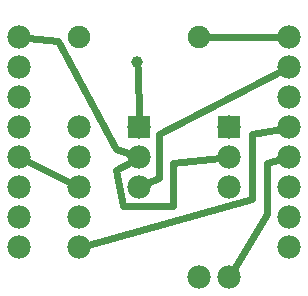
<source format=gbl>
G04 MADE WITH FRITZING*
G04 WWW.FRITZING.ORG*
G04 DOUBLE SIDED*
G04 HOLES PLATED*
G04 CONTOUR ON CENTER OF CONTOUR VECTOR*
%ASAXBY*%
%FSLAX23Y23*%
%MOIN*%
%OFA0B0*%
%SFA1.0B1.0*%
%ADD10C,0.077778*%
%ADD11C,0.000000*%
%ADD12C,0.075000*%
%ADD13C,0.078000*%
%ADD14C,0.039370*%
%ADD15R,0.078000X0.078000*%
%ADD16C,0.024000*%
%ADD17R,0.001000X0.001000*%
%LNCOPPER0*%
G90*
G70*
G54D10*
X950Y305D03*
X950Y405D03*
X950Y505D03*
X950Y604D03*
X950Y704D03*
X950Y804D03*
X950Y904D03*
X950Y1004D03*
X50Y1004D03*
X50Y904D03*
X50Y804D03*
X50Y704D03*
X50Y604D03*
X50Y505D03*
X50Y405D03*
X50Y305D03*
G54D11*
X750Y305D03*
X750Y405D03*
X750Y505D03*
X750Y604D03*
X750Y704D03*
X750Y804D03*
X750Y904D03*
X750Y1004D03*
X750Y1104D03*
X650Y305D03*
X650Y405D03*
X650Y505D03*
X650Y604D03*
X650Y704D03*
X650Y804D03*
X650Y904D03*
X650Y1004D03*
X650Y1104D03*
X550Y305D03*
X550Y405D03*
X550Y505D03*
X550Y604D03*
X550Y704D03*
X550Y804D03*
X550Y904D03*
X550Y1004D03*
X550Y1104D03*
X450Y305D03*
X450Y405D03*
X450Y505D03*
X450Y604D03*
X450Y704D03*
X450Y804D03*
X450Y904D03*
X450Y1004D03*
X450Y1104D03*
X350Y305D03*
X350Y405D03*
X350Y505D03*
X350Y604D03*
X350Y704D03*
X350Y804D03*
X350Y904D03*
X350Y1004D03*
X350Y1104D03*
X250Y305D03*
X250Y405D03*
X250Y505D03*
X250Y604D03*
X250Y704D03*
X250Y804D03*
X250Y904D03*
X250Y1004D03*
X250Y1104D03*
X150Y1104D03*
G54D12*
X250Y1004D03*
X650Y1004D03*
G54D13*
X450Y704D03*
X450Y604D03*
X450Y504D03*
X750Y704D03*
X750Y604D03*
X750Y504D03*
X250Y704D03*
X250Y604D03*
X250Y504D03*
X250Y404D03*
X250Y304D03*
X750Y204D03*
X650Y204D03*
G54D14*
X444Y920D03*
G54D15*
X450Y704D03*
X750Y704D03*
G54D16*
X76Y591D02*
X223Y518D01*
D02*
X924Y891D02*
X516Y680D01*
X516Y680D02*
X516Y536D01*
X516Y536D02*
X477Y517D01*
D02*
X424Y589D02*
X372Y560D01*
X372Y560D02*
X396Y440D01*
X396Y440D02*
X564Y440D01*
X564Y440D02*
X564Y584D01*
X564Y584D02*
X720Y601D01*
D02*
X79Y1002D02*
X180Y992D01*
X180Y992D02*
X372Y632D01*
X372Y632D02*
X422Y614D01*
D02*
X921Y1004D02*
X679Y1004D01*
D02*
X922Y699D02*
X828Y680D01*
X828Y680D02*
X828Y464D01*
X828Y464D02*
X279Y312D01*
D02*
X445Y901D02*
X449Y734D01*
D02*
X766Y230D02*
X876Y416D01*
X876Y416D02*
X876Y584D01*
X876Y584D02*
X922Y597D01*
G54D17*
D02*
G04 End of Copper0*
M02*
</source>
